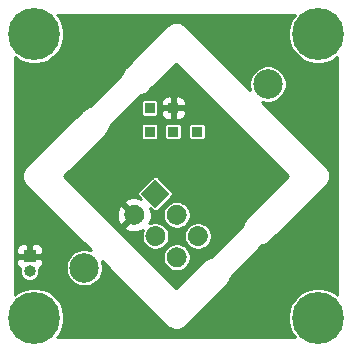
<source format=gbr>
%TF.GenerationSoftware,KiCad,Pcbnew,(5.1.6)-1*%
%TF.CreationDate,2021-01-25T18:01:45+00:00*%
%TF.ProjectId,Illum,496c6c75-6d2e-46b6-9963-61645f706362,rev?*%
%TF.SameCoordinates,Original*%
%TF.FileFunction,Copper,L2,Bot*%
%TF.FilePolarity,Positive*%
%FSLAX46Y46*%
G04 Gerber Fmt 4.6, Leading zero omitted, Abs format (unit mm)*
G04 Created by KiCad (PCBNEW (5.1.6)-1) date 2021-01-25 18:01:45*
%MOMM*%
%LPD*%
G01*
G04 APERTURE LIST*
%TA.AperFunction,ComponentPad*%
%ADD10R,0.850000X0.850000*%
%TD*%
%TA.AperFunction,ComponentPad*%
%ADD11O,1.000000X1.000000*%
%TD*%
%TA.AperFunction,ComponentPad*%
%ADD12R,1.000000X1.000000*%
%TD*%
%TA.AperFunction,ComponentPad*%
%ADD13C,0.100000*%
%TD*%
%TA.AperFunction,ComponentPad*%
%ADD14C,0.700000*%
%TD*%
%TA.AperFunction,ComponentPad*%
%ADD15C,4.400000*%
%TD*%
%TA.AperFunction,WasherPad*%
%ADD16C,2.500000*%
%TD*%
%TA.AperFunction,ViaPad*%
%ADD17C,1.000000*%
%TD*%
%TA.AperFunction,Conductor*%
%ADD18C,0.254000*%
%TD*%
G04 APERTURE END LIST*
D10*
%TO.P,TP5,1*%
%TO.N,/VCC*%
X115750000Y-102250000D03*
%TD*%
%TO.P,TP4,1*%
%TO.N,/RST*%
X113750000Y-102250000D03*
%TD*%
%TO.P,TP3,1*%
%TO.N,/SCLK*%
X111750000Y-102250000D03*
%TD*%
%TO.P,TP2,1*%
%TO.N,GND*%
X113750000Y-100250000D03*
%TD*%
%TO.P,TP1,1*%
%TO.N,/MISO*%
X111750000Y-100250000D03*
%TD*%
D11*
%TO.P,J1,2*%
%TO.N,/V_In*%
X101600000Y-114070000D03*
D12*
%TO.P,J1,1*%
%TO.N,GND*%
X101600000Y-112800000D03*
%TD*%
%TO.P,J2,6*%
%TO.N,/VCC*%
%TA.AperFunction,ComponentPad*%
G36*
G01*
X114647092Y-112287113D02*
X114647092Y-112287113D01*
G75*
G02*
X114647092Y-113489195I-601041J-601041D01*
G01*
X114647092Y-113489195D01*
G75*
G02*
X113445010Y-113489195I-601041J601041D01*
G01*
X113445010Y-113489195D01*
G75*
G02*
X113445010Y-112287113I601041J601041D01*
G01*
X113445010Y-112287113D01*
G75*
G02*
X114647092Y-112287113I601041J-601041D01*
G01*
G37*
%TD.AperFunction*%
%TO.P,J2,5*%
%TO.N,/RST*%
%TA.AperFunction,ComponentPad*%
G36*
G01*
X116443143Y-110491061D02*
X116443143Y-110491061D01*
G75*
G02*
X116443143Y-111693143I-601041J-601041D01*
G01*
X116443143Y-111693143D01*
G75*
G02*
X115241061Y-111693143I-601041J601041D01*
G01*
X115241061Y-111693143D01*
G75*
G02*
X115241061Y-110491061I601041J601041D01*
G01*
X115241061Y-110491061D01*
G75*
G02*
X116443143Y-110491061I601041J-601041D01*
G01*
G37*
%TD.AperFunction*%
%TO.P,J2,4*%
%TO.N,Net-(J2-Pad4)*%
%TA.AperFunction,ComponentPad*%
G36*
G01*
X112851041Y-110491061D02*
X112851041Y-110491061D01*
G75*
G02*
X112851041Y-111693143I-601041J-601041D01*
G01*
X112851041Y-111693143D01*
G75*
G02*
X111648959Y-111693143I-601041J601041D01*
G01*
X111648959Y-111693143D01*
G75*
G02*
X111648959Y-110491061I601041J601041D01*
G01*
X111648959Y-110491061D01*
G75*
G02*
X112851041Y-110491061I601041J-601041D01*
G01*
G37*
%TD.AperFunction*%
%TO.P,J2,3*%
%TO.N,/SCLK*%
%TA.AperFunction,ComponentPad*%
G36*
G01*
X114647092Y-108695010D02*
X114647092Y-108695010D01*
G75*
G02*
X114647092Y-109897092I-601041J-601041D01*
G01*
X114647092Y-109897092D01*
G75*
G02*
X113445010Y-109897092I-601041J601041D01*
G01*
X113445010Y-109897092D01*
G75*
G02*
X113445010Y-108695010I601041J601041D01*
G01*
X113445010Y-108695010D01*
G75*
G02*
X114647092Y-108695010I601041J-601041D01*
G01*
G37*
%TD.AperFunction*%
%TO.P,J2,2*%
%TO.N,GND*%
%TA.AperFunction,ComponentPad*%
G36*
G01*
X111054990Y-108695010D02*
X111054990Y-108695010D01*
G75*
G02*
X111054990Y-109897092I-601041J-601041D01*
G01*
X111054990Y-109897092D01*
G75*
G02*
X109852908Y-109897092I-601041J601041D01*
G01*
X109852908Y-109897092D01*
G75*
G02*
X109852908Y-108695010I601041J601041D01*
G01*
X109852908Y-108695010D01*
G75*
G02*
X111054990Y-108695010I601041J-601041D01*
G01*
G37*
%TD.AperFunction*%
%TA.AperFunction,ComponentPad*%
D13*
%TO.P,J2,1*%
%TO.N,/MISO*%
G36*
X112250000Y-106297918D02*
G01*
X113452082Y-107500000D01*
X112250000Y-108702082D01*
X111047918Y-107500000D01*
X112250000Y-106297918D01*
G37*
%TD.AperFunction*%
%TD*%
D14*
%TO.P,H4,1*%
%TO.N,N/C*%
X127166726Y-116833274D03*
X126000000Y-116350000D03*
X124833274Y-116833274D03*
X124350000Y-118000000D03*
X124833274Y-119166726D03*
X126000000Y-119650000D03*
X127166726Y-119166726D03*
X127650000Y-118000000D03*
D15*
X126000000Y-118000000D03*
%TD*%
D14*
%TO.P,H3,1*%
%TO.N,N/C*%
X103166726Y-116833274D03*
X102000000Y-116350000D03*
X100833274Y-116833274D03*
X100350000Y-118000000D03*
X100833274Y-119166726D03*
X102000000Y-119650000D03*
X103166726Y-119166726D03*
X103650000Y-118000000D03*
D15*
X102000000Y-118000000D03*
%TD*%
D14*
%TO.P,H2,1*%
%TO.N,N/C*%
X127166726Y-92833274D03*
X126000000Y-92350000D03*
X124833274Y-92833274D03*
X124350000Y-94000000D03*
X124833274Y-95166726D03*
X126000000Y-95650000D03*
X127166726Y-95166726D03*
X127650000Y-94000000D03*
D15*
X126000000Y-94000000D03*
%TD*%
D14*
%TO.P,H1,1*%
%TO.N,N/C*%
X103166726Y-92833274D03*
X102000000Y-92350000D03*
X100833274Y-92833274D03*
X100350000Y-94000000D03*
X100833274Y-95166726D03*
X102000000Y-95650000D03*
X103166726Y-95166726D03*
X103650000Y-94000000D03*
D15*
X102000000Y-94000000D03*
%TD*%
D16*
%TO.P,U1,*%
%TO.N,*%
X121778175Y-98221825D03*
X106221825Y-113778175D03*
%TD*%
D17*
%TO.N,GND*%
X122750000Y-112500000D03*
X120500000Y-114750000D03*
X108250000Y-115250000D03*
X104750000Y-111750000D03*
X105000000Y-99750000D03*
X107750000Y-97000000D03*
X119750000Y-96750000D03*
X123000000Y-100250000D03*
%TD*%
D18*
%TO.N,GND*%
G36*
X124037151Y-92389131D02*
G01*
X123760602Y-92803017D01*
X123570111Y-93262901D01*
X123473000Y-93751112D01*
X123473000Y-94248888D01*
X123570111Y-94737099D01*
X123760602Y-95196983D01*
X124037151Y-95610869D01*
X124389131Y-95962849D01*
X124803017Y-96239398D01*
X125262901Y-96429889D01*
X125751112Y-96527000D01*
X126248888Y-96527000D01*
X126737099Y-96429889D01*
X127196983Y-96239398D01*
X127610869Y-95962849D01*
X127623000Y-95950718D01*
X127623001Y-116049283D01*
X127610869Y-116037151D01*
X127196983Y-115760602D01*
X126737099Y-115570111D01*
X126248888Y-115473000D01*
X125751112Y-115473000D01*
X125262901Y-115570111D01*
X124803017Y-115760602D01*
X124389131Y-116037151D01*
X124037151Y-116389131D01*
X123760602Y-116803017D01*
X123570111Y-117262901D01*
X123473000Y-117751112D01*
X123473000Y-118248888D01*
X123570111Y-118737099D01*
X123760602Y-119196983D01*
X124037151Y-119610869D01*
X124049282Y-119623000D01*
X103950718Y-119623000D01*
X103962849Y-119610869D01*
X104239398Y-119196983D01*
X104429889Y-118737099D01*
X104527000Y-118248888D01*
X104527000Y-117751112D01*
X104429889Y-117262901D01*
X104239398Y-116803017D01*
X103962849Y-116389131D01*
X103610869Y-116037151D01*
X103196983Y-115760602D01*
X102737099Y-115570111D01*
X102248888Y-115473000D01*
X101751112Y-115473000D01*
X101262901Y-115570111D01*
X100803017Y-115760602D01*
X100389131Y-116037151D01*
X100377000Y-116049282D01*
X100377000Y-113300000D01*
X100461928Y-113300000D01*
X100474188Y-113424482D01*
X100510498Y-113544180D01*
X100569463Y-113654494D01*
X100648815Y-113751185D01*
X100745506Y-113830537D01*
X100798768Y-113859007D01*
X100773000Y-113988548D01*
X100773000Y-114151452D01*
X100804782Y-114311227D01*
X100867123Y-114461731D01*
X100957628Y-114597181D01*
X101072819Y-114712372D01*
X101208269Y-114802877D01*
X101358773Y-114865218D01*
X101518548Y-114897000D01*
X101681452Y-114897000D01*
X101841227Y-114865218D01*
X101991731Y-114802877D01*
X102127181Y-114712372D01*
X102242372Y-114597181D01*
X102332877Y-114461731D01*
X102395218Y-114311227D01*
X102427000Y-114151452D01*
X102427000Y-113988548D01*
X102401232Y-113859007D01*
X102454494Y-113830537D01*
X102551185Y-113751185D01*
X102630537Y-113654494D01*
X102689502Y-113544180D01*
X102725812Y-113424482D01*
X102738072Y-113300000D01*
X102735000Y-113085750D01*
X102576250Y-112927000D01*
X101727000Y-112927000D01*
X101727000Y-112947000D01*
X101473000Y-112947000D01*
X101473000Y-112927000D01*
X100623750Y-112927000D01*
X100465000Y-113085750D01*
X100461928Y-113300000D01*
X100377000Y-113300000D01*
X100377000Y-112300000D01*
X100461928Y-112300000D01*
X100465000Y-112514250D01*
X100623750Y-112673000D01*
X101473000Y-112673000D01*
X101473000Y-111823750D01*
X101727000Y-111823750D01*
X101727000Y-112673000D01*
X102576250Y-112673000D01*
X102735000Y-112514250D01*
X102738072Y-112300000D01*
X102725812Y-112175518D01*
X102689502Y-112055820D01*
X102630537Y-111945506D01*
X102551185Y-111848815D01*
X102454494Y-111769463D01*
X102344180Y-111710498D01*
X102224482Y-111674188D01*
X102100000Y-111661928D01*
X101885750Y-111665000D01*
X101727000Y-111823750D01*
X101473000Y-111823750D01*
X101314250Y-111665000D01*
X101100000Y-111661928D01*
X100975518Y-111674188D01*
X100855820Y-111710498D01*
X100745506Y-111769463D01*
X100648815Y-111848815D01*
X100569463Y-111945506D01*
X100510498Y-112055820D01*
X100474188Y-112175518D01*
X100461928Y-112300000D01*
X100377000Y-112300000D01*
X100377000Y-106033146D01*
X100942238Y-106033146D01*
X100942701Y-106038040D01*
X100956647Y-106175336D01*
X100962941Y-106206550D01*
X100968821Y-106237970D01*
X100970226Y-106242680D01*
X101010574Y-106374652D01*
X101022829Y-106404094D01*
X101034681Y-106433726D01*
X101036973Y-106438074D01*
X101102186Y-106559696D01*
X101119911Y-106586172D01*
X101137311Y-106612967D01*
X101140405Y-106616786D01*
X101142084Y-106618830D01*
X101150013Y-106644968D01*
X101185021Y-106710462D01*
X101220327Y-106753483D01*
X106761718Y-112294874D01*
X106681819Y-112261779D01*
X106377146Y-112201175D01*
X106066504Y-112201175D01*
X105761831Y-112261779D01*
X105474836Y-112380656D01*
X105216546Y-112553239D01*
X104996889Y-112772896D01*
X104824306Y-113031186D01*
X104705429Y-113318181D01*
X104644825Y-113622854D01*
X104644825Y-113933496D01*
X104705429Y-114238169D01*
X104824306Y-114525164D01*
X104996889Y-114783454D01*
X105216546Y-115003111D01*
X105474836Y-115175694D01*
X105761831Y-115294571D01*
X106066504Y-115355175D01*
X106377146Y-115355175D01*
X106681819Y-115294571D01*
X106968814Y-115175694D01*
X107227104Y-115003111D01*
X107446761Y-114783454D01*
X107619344Y-114525164D01*
X107738221Y-114238169D01*
X107798825Y-113933496D01*
X107798825Y-113622854D01*
X107738221Y-113318181D01*
X107705126Y-113238283D01*
X113246516Y-118779673D01*
X113289537Y-118814979D01*
X113355031Y-118849987D01*
X113382283Y-118858254D01*
X113389231Y-118863880D01*
X113415843Y-118881427D01*
X113442252Y-118899375D01*
X113446579Y-118901694D01*
X113446583Y-118901697D01*
X113446587Y-118901699D01*
X113568658Y-118966060D01*
X113598158Y-118978099D01*
X113627564Y-118990581D01*
X113632264Y-118992017D01*
X113764515Y-119031443D01*
X113795790Y-119037522D01*
X113827062Y-119044055D01*
X113831952Y-119044552D01*
X113969342Y-119057539D01*
X114001238Y-119057428D01*
X114033146Y-119057762D01*
X114038040Y-119057299D01*
X114175336Y-119043353D01*
X114206550Y-119037059D01*
X114237970Y-119031179D01*
X114242680Y-119029774D01*
X114374652Y-118989426D01*
X114404094Y-118977171D01*
X114433726Y-118965319D01*
X114438074Y-118963027D01*
X114559696Y-118897814D01*
X114586172Y-118880089D01*
X114612967Y-118862689D01*
X114616786Y-118859595D01*
X114618828Y-118857918D01*
X114644969Y-118849988D01*
X114710463Y-118814980D01*
X114753484Y-118779674D01*
X118279673Y-115253485D01*
X118314980Y-115210464D01*
X118349987Y-115144970D01*
X118358158Y-115118034D01*
X118414639Y-115047281D01*
X118432017Y-115020521D01*
X118449761Y-114994016D01*
X118452053Y-114989668D01*
X118547317Y-114805887D01*
X118559158Y-114776282D01*
X118571427Y-114746810D01*
X118572831Y-114742099D01*
X118628244Y-114551362D01*
X121300467Y-111879139D01*
X121307851Y-111877757D01*
X121312562Y-111876352D01*
X121510521Y-111815830D01*
X121539927Y-111803590D01*
X121569596Y-111791723D01*
X121573944Y-111789430D01*
X121756378Y-111691610D01*
X121782878Y-111673869D01*
X121809646Y-111656486D01*
X121813465Y-111653393D01*
X121971659Y-111523450D01*
X121986674Y-111511128D01*
X126761127Y-106736674D01*
X126770817Y-106724868D01*
X126773912Y-106721815D01*
X126777032Y-106718017D01*
X126863880Y-106610769D01*
X126881427Y-106584157D01*
X126899375Y-106557748D01*
X126901694Y-106553421D01*
X126901697Y-106553417D01*
X126901699Y-106553413D01*
X126966060Y-106431342D01*
X126978119Y-106401793D01*
X126990581Y-106372436D01*
X126992017Y-106367736D01*
X127031443Y-106235485D01*
X127037522Y-106204210D01*
X127044055Y-106172938D01*
X127044552Y-106168048D01*
X127057539Y-106030658D01*
X127057428Y-105998761D01*
X127057762Y-105966853D01*
X127057299Y-105961960D01*
X127043353Y-105824663D01*
X127037058Y-105793442D01*
X127031179Y-105762030D01*
X127029774Y-105757320D01*
X126989426Y-105625348D01*
X126977175Y-105595917D01*
X126965319Y-105566274D01*
X126963026Y-105561926D01*
X126963026Y-105561925D01*
X126963023Y-105561921D01*
X126897814Y-105440303D01*
X126880083Y-105413818D01*
X126862689Y-105387033D01*
X126859595Y-105383214D01*
X126857916Y-105381170D01*
X126849987Y-105355031D01*
X126814979Y-105289537D01*
X126779673Y-105246516D01*
X121238284Y-99705127D01*
X121318181Y-99738221D01*
X121622854Y-99798825D01*
X121933496Y-99798825D01*
X122238169Y-99738221D01*
X122525164Y-99619344D01*
X122783454Y-99446761D01*
X123003111Y-99227104D01*
X123175694Y-98968814D01*
X123294571Y-98681819D01*
X123355175Y-98377146D01*
X123355175Y-98066504D01*
X123294571Y-97761831D01*
X123175694Y-97474836D01*
X123003111Y-97216546D01*
X122783454Y-96996889D01*
X122525164Y-96824306D01*
X122238169Y-96705429D01*
X121933496Y-96644825D01*
X121622854Y-96644825D01*
X121318181Y-96705429D01*
X121031186Y-96824306D01*
X120772896Y-96996889D01*
X120553239Y-97216546D01*
X120380656Y-97474836D01*
X120261779Y-97761831D01*
X120201175Y-98066504D01*
X120201175Y-98377146D01*
X120261779Y-98681819D01*
X120294873Y-98761716D01*
X114753484Y-93220326D01*
X114710463Y-93185020D01*
X114644969Y-93150012D01*
X114617715Y-93141745D01*
X114610769Y-93136120D01*
X114584157Y-93118573D01*
X114557748Y-93100625D01*
X114553421Y-93098306D01*
X114553417Y-93098303D01*
X114553413Y-93098301D01*
X114431341Y-93033940D01*
X114401881Y-93021918D01*
X114372437Y-93009419D01*
X114367736Y-93007983D01*
X114235485Y-92968557D01*
X114204239Y-92962483D01*
X114172937Y-92955944D01*
X114168047Y-92955448D01*
X114030658Y-92942461D01*
X113998761Y-92942572D01*
X113966853Y-92942238D01*
X113961960Y-92942701D01*
X113824663Y-92956647D01*
X113793442Y-92962942D01*
X113762030Y-92968821D01*
X113757320Y-92970226D01*
X113625348Y-93010574D01*
X113595917Y-93022825D01*
X113566274Y-93034681D01*
X113561930Y-93036972D01*
X113561925Y-93036974D01*
X113561921Y-93036977D01*
X113440303Y-93102186D01*
X113413818Y-93119917D01*
X113387033Y-93137311D01*
X113383214Y-93140405D01*
X113277182Y-93227501D01*
X113263326Y-93238873D01*
X109738873Y-96763327D01*
X109727338Y-96777382D01*
X109717599Y-96787121D01*
X109714506Y-96790941D01*
X109585361Y-96952719D01*
X109567983Y-96979479D01*
X109550239Y-97005984D01*
X109547947Y-97010332D01*
X109452683Y-97194113D01*
X109440836Y-97223731D01*
X109428573Y-97253191D01*
X109427169Y-97257901D01*
X109371755Y-97448639D01*
X106699533Y-100120861D01*
X106692149Y-100122243D01*
X106687438Y-100123648D01*
X106489479Y-100184170D01*
X106460073Y-100196410D01*
X106430404Y-100208277D01*
X106426057Y-100210570D01*
X106243622Y-100308390D01*
X106217114Y-100326136D01*
X106190354Y-100343514D01*
X106186535Y-100346607D01*
X106131169Y-100392085D01*
X106105031Y-100400014D01*
X106039537Y-100435021D01*
X105996516Y-100470328D01*
X101220327Y-105246517D01*
X101185021Y-105289538D01*
X101150013Y-105355032D01*
X101141747Y-105382283D01*
X101136120Y-105389231D01*
X101118573Y-105415843D01*
X101100625Y-105442252D01*
X101098306Y-105446579D01*
X101098303Y-105446583D01*
X101098303Y-105446584D01*
X101033940Y-105568659D01*
X101021918Y-105598119D01*
X101009419Y-105627563D01*
X101007983Y-105632264D01*
X100968557Y-105764515D01*
X100962483Y-105795761D01*
X100955944Y-105827063D01*
X100955448Y-105831953D01*
X100942461Y-105969342D01*
X100942572Y-106001238D01*
X100942238Y-106033146D01*
X100377000Y-106033146D01*
X100377000Y-95950718D01*
X100389131Y-95962849D01*
X100803017Y-96239398D01*
X101262901Y-96429889D01*
X101751112Y-96527000D01*
X102248888Y-96527000D01*
X102737099Y-96429889D01*
X103196983Y-96239398D01*
X103610869Y-95962849D01*
X103962849Y-95610869D01*
X104239398Y-95196983D01*
X104429889Y-94737099D01*
X104527000Y-94248888D01*
X104527000Y-93751112D01*
X104429889Y-93262901D01*
X104239398Y-92803017D01*
X103962849Y-92389131D01*
X103950718Y-92377000D01*
X124049282Y-92377000D01*
X124037151Y-92389131D01*
G37*
X124037151Y-92389131D02*
X123760602Y-92803017D01*
X123570111Y-93262901D01*
X123473000Y-93751112D01*
X123473000Y-94248888D01*
X123570111Y-94737099D01*
X123760602Y-95196983D01*
X124037151Y-95610869D01*
X124389131Y-95962849D01*
X124803017Y-96239398D01*
X125262901Y-96429889D01*
X125751112Y-96527000D01*
X126248888Y-96527000D01*
X126737099Y-96429889D01*
X127196983Y-96239398D01*
X127610869Y-95962849D01*
X127623000Y-95950718D01*
X127623001Y-116049283D01*
X127610869Y-116037151D01*
X127196983Y-115760602D01*
X126737099Y-115570111D01*
X126248888Y-115473000D01*
X125751112Y-115473000D01*
X125262901Y-115570111D01*
X124803017Y-115760602D01*
X124389131Y-116037151D01*
X124037151Y-116389131D01*
X123760602Y-116803017D01*
X123570111Y-117262901D01*
X123473000Y-117751112D01*
X123473000Y-118248888D01*
X123570111Y-118737099D01*
X123760602Y-119196983D01*
X124037151Y-119610869D01*
X124049282Y-119623000D01*
X103950718Y-119623000D01*
X103962849Y-119610869D01*
X104239398Y-119196983D01*
X104429889Y-118737099D01*
X104527000Y-118248888D01*
X104527000Y-117751112D01*
X104429889Y-117262901D01*
X104239398Y-116803017D01*
X103962849Y-116389131D01*
X103610869Y-116037151D01*
X103196983Y-115760602D01*
X102737099Y-115570111D01*
X102248888Y-115473000D01*
X101751112Y-115473000D01*
X101262901Y-115570111D01*
X100803017Y-115760602D01*
X100389131Y-116037151D01*
X100377000Y-116049282D01*
X100377000Y-113300000D01*
X100461928Y-113300000D01*
X100474188Y-113424482D01*
X100510498Y-113544180D01*
X100569463Y-113654494D01*
X100648815Y-113751185D01*
X100745506Y-113830537D01*
X100798768Y-113859007D01*
X100773000Y-113988548D01*
X100773000Y-114151452D01*
X100804782Y-114311227D01*
X100867123Y-114461731D01*
X100957628Y-114597181D01*
X101072819Y-114712372D01*
X101208269Y-114802877D01*
X101358773Y-114865218D01*
X101518548Y-114897000D01*
X101681452Y-114897000D01*
X101841227Y-114865218D01*
X101991731Y-114802877D01*
X102127181Y-114712372D01*
X102242372Y-114597181D01*
X102332877Y-114461731D01*
X102395218Y-114311227D01*
X102427000Y-114151452D01*
X102427000Y-113988548D01*
X102401232Y-113859007D01*
X102454494Y-113830537D01*
X102551185Y-113751185D01*
X102630537Y-113654494D01*
X102689502Y-113544180D01*
X102725812Y-113424482D01*
X102738072Y-113300000D01*
X102735000Y-113085750D01*
X102576250Y-112927000D01*
X101727000Y-112927000D01*
X101727000Y-112947000D01*
X101473000Y-112947000D01*
X101473000Y-112927000D01*
X100623750Y-112927000D01*
X100465000Y-113085750D01*
X100461928Y-113300000D01*
X100377000Y-113300000D01*
X100377000Y-112300000D01*
X100461928Y-112300000D01*
X100465000Y-112514250D01*
X100623750Y-112673000D01*
X101473000Y-112673000D01*
X101473000Y-111823750D01*
X101727000Y-111823750D01*
X101727000Y-112673000D01*
X102576250Y-112673000D01*
X102735000Y-112514250D01*
X102738072Y-112300000D01*
X102725812Y-112175518D01*
X102689502Y-112055820D01*
X102630537Y-111945506D01*
X102551185Y-111848815D01*
X102454494Y-111769463D01*
X102344180Y-111710498D01*
X102224482Y-111674188D01*
X102100000Y-111661928D01*
X101885750Y-111665000D01*
X101727000Y-111823750D01*
X101473000Y-111823750D01*
X101314250Y-111665000D01*
X101100000Y-111661928D01*
X100975518Y-111674188D01*
X100855820Y-111710498D01*
X100745506Y-111769463D01*
X100648815Y-111848815D01*
X100569463Y-111945506D01*
X100510498Y-112055820D01*
X100474188Y-112175518D01*
X100461928Y-112300000D01*
X100377000Y-112300000D01*
X100377000Y-106033146D01*
X100942238Y-106033146D01*
X100942701Y-106038040D01*
X100956647Y-106175336D01*
X100962941Y-106206550D01*
X100968821Y-106237970D01*
X100970226Y-106242680D01*
X101010574Y-106374652D01*
X101022829Y-106404094D01*
X101034681Y-106433726D01*
X101036973Y-106438074D01*
X101102186Y-106559696D01*
X101119911Y-106586172D01*
X101137311Y-106612967D01*
X101140405Y-106616786D01*
X101142084Y-106618830D01*
X101150013Y-106644968D01*
X101185021Y-106710462D01*
X101220327Y-106753483D01*
X106761718Y-112294874D01*
X106681819Y-112261779D01*
X106377146Y-112201175D01*
X106066504Y-112201175D01*
X105761831Y-112261779D01*
X105474836Y-112380656D01*
X105216546Y-112553239D01*
X104996889Y-112772896D01*
X104824306Y-113031186D01*
X104705429Y-113318181D01*
X104644825Y-113622854D01*
X104644825Y-113933496D01*
X104705429Y-114238169D01*
X104824306Y-114525164D01*
X104996889Y-114783454D01*
X105216546Y-115003111D01*
X105474836Y-115175694D01*
X105761831Y-115294571D01*
X106066504Y-115355175D01*
X106377146Y-115355175D01*
X106681819Y-115294571D01*
X106968814Y-115175694D01*
X107227104Y-115003111D01*
X107446761Y-114783454D01*
X107619344Y-114525164D01*
X107738221Y-114238169D01*
X107798825Y-113933496D01*
X107798825Y-113622854D01*
X107738221Y-113318181D01*
X107705126Y-113238283D01*
X113246516Y-118779673D01*
X113289537Y-118814979D01*
X113355031Y-118849987D01*
X113382283Y-118858254D01*
X113389231Y-118863880D01*
X113415843Y-118881427D01*
X113442252Y-118899375D01*
X113446579Y-118901694D01*
X113446583Y-118901697D01*
X113446587Y-118901699D01*
X113568658Y-118966060D01*
X113598158Y-118978099D01*
X113627564Y-118990581D01*
X113632264Y-118992017D01*
X113764515Y-119031443D01*
X113795790Y-119037522D01*
X113827062Y-119044055D01*
X113831952Y-119044552D01*
X113969342Y-119057539D01*
X114001238Y-119057428D01*
X114033146Y-119057762D01*
X114038040Y-119057299D01*
X114175336Y-119043353D01*
X114206550Y-119037059D01*
X114237970Y-119031179D01*
X114242680Y-119029774D01*
X114374652Y-118989426D01*
X114404094Y-118977171D01*
X114433726Y-118965319D01*
X114438074Y-118963027D01*
X114559696Y-118897814D01*
X114586172Y-118880089D01*
X114612967Y-118862689D01*
X114616786Y-118859595D01*
X114618828Y-118857918D01*
X114644969Y-118849988D01*
X114710463Y-118814980D01*
X114753484Y-118779674D01*
X118279673Y-115253485D01*
X118314980Y-115210464D01*
X118349987Y-115144970D01*
X118358158Y-115118034D01*
X118414639Y-115047281D01*
X118432017Y-115020521D01*
X118449761Y-114994016D01*
X118452053Y-114989668D01*
X118547317Y-114805887D01*
X118559158Y-114776282D01*
X118571427Y-114746810D01*
X118572831Y-114742099D01*
X118628244Y-114551362D01*
X121300467Y-111879139D01*
X121307851Y-111877757D01*
X121312562Y-111876352D01*
X121510521Y-111815830D01*
X121539927Y-111803590D01*
X121569596Y-111791723D01*
X121573944Y-111789430D01*
X121756378Y-111691610D01*
X121782878Y-111673869D01*
X121809646Y-111656486D01*
X121813465Y-111653393D01*
X121971659Y-111523450D01*
X121986674Y-111511128D01*
X126761127Y-106736674D01*
X126770817Y-106724868D01*
X126773912Y-106721815D01*
X126777032Y-106718017D01*
X126863880Y-106610769D01*
X126881427Y-106584157D01*
X126899375Y-106557748D01*
X126901694Y-106553421D01*
X126901697Y-106553417D01*
X126901699Y-106553413D01*
X126966060Y-106431342D01*
X126978119Y-106401793D01*
X126990581Y-106372436D01*
X126992017Y-106367736D01*
X127031443Y-106235485D01*
X127037522Y-106204210D01*
X127044055Y-106172938D01*
X127044552Y-106168048D01*
X127057539Y-106030658D01*
X127057428Y-105998761D01*
X127057762Y-105966853D01*
X127057299Y-105961960D01*
X127043353Y-105824663D01*
X127037058Y-105793442D01*
X127031179Y-105762030D01*
X127029774Y-105757320D01*
X126989426Y-105625348D01*
X126977175Y-105595917D01*
X126965319Y-105566274D01*
X126963026Y-105561926D01*
X126963026Y-105561925D01*
X126963023Y-105561921D01*
X126897814Y-105440303D01*
X126880083Y-105413818D01*
X126862689Y-105387033D01*
X126859595Y-105383214D01*
X126857916Y-105381170D01*
X126849987Y-105355031D01*
X126814979Y-105289537D01*
X126779673Y-105246516D01*
X121238284Y-99705127D01*
X121318181Y-99738221D01*
X121622854Y-99798825D01*
X121933496Y-99798825D01*
X122238169Y-99738221D01*
X122525164Y-99619344D01*
X122783454Y-99446761D01*
X123003111Y-99227104D01*
X123175694Y-98968814D01*
X123294571Y-98681819D01*
X123355175Y-98377146D01*
X123355175Y-98066504D01*
X123294571Y-97761831D01*
X123175694Y-97474836D01*
X123003111Y-97216546D01*
X122783454Y-96996889D01*
X122525164Y-96824306D01*
X122238169Y-96705429D01*
X121933496Y-96644825D01*
X121622854Y-96644825D01*
X121318181Y-96705429D01*
X121031186Y-96824306D01*
X120772896Y-96996889D01*
X120553239Y-97216546D01*
X120380656Y-97474836D01*
X120261779Y-97761831D01*
X120201175Y-98066504D01*
X120201175Y-98377146D01*
X120261779Y-98681819D01*
X120294873Y-98761716D01*
X114753484Y-93220326D01*
X114710463Y-93185020D01*
X114644969Y-93150012D01*
X114617715Y-93141745D01*
X114610769Y-93136120D01*
X114584157Y-93118573D01*
X114557748Y-93100625D01*
X114553421Y-93098306D01*
X114553417Y-93098303D01*
X114553413Y-93098301D01*
X114431341Y-93033940D01*
X114401881Y-93021918D01*
X114372437Y-93009419D01*
X114367736Y-93007983D01*
X114235485Y-92968557D01*
X114204239Y-92962483D01*
X114172937Y-92955944D01*
X114168047Y-92955448D01*
X114030658Y-92942461D01*
X113998761Y-92942572D01*
X113966853Y-92942238D01*
X113961960Y-92942701D01*
X113824663Y-92956647D01*
X113793442Y-92962942D01*
X113762030Y-92968821D01*
X113757320Y-92970226D01*
X113625348Y-93010574D01*
X113595917Y-93022825D01*
X113566274Y-93034681D01*
X113561930Y-93036972D01*
X113561925Y-93036974D01*
X113561921Y-93036977D01*
X113440303Y-93102186D01*
X113413818Y-93119917D01*
X113387033Y-93137311D01*
X113383214Y-93140405D01*
X113277182Y-93227501D01*
X113263326Y-93238873D01*
X109738873Y-96763327D01*
X109727338Y-96777382D01*
X109717599Y-96787121D01*
X109714506Y-96790941D01*
X109585361Y-96952719D01*
X109567983Y-96979479D01*
X109550239Y-97005984D01*
X109547947Y-97010332D01*
X109452683Y-97194113D01*
X109440836Y-97223731D01*
X109428573Y-97253191D01*
X109427169Y-97257901D01*
X109371755Y-97448639D01*
X106699533Y-100120861D01*
X106692149Y-100122243D01*
X106687438Y-100123648D01*
X106489479Y-100184170D01*
X106460073Y-100196410D01*
X106430404Y-100208277D01*
X106426057Y-100210570D01*
X106243622Y-100308390D01*
X106217114Y-100326136D01*
X106190354Y-100343514D01*
X106186535Y-100346607D01*
X106131169Y-100392085D01*
X106105031Y-100400014D01*
X106039537Y-100435021D01*
X105996516Y-100470328D01*
X101220327Y-105246517D01*
X101185021Y-105289538D01*
X101150013Y-105355032D01*
X101141747Y-105382283D01*
X101136120Y-105389231D01*
X101118573Y-105415843D01*
X101100625Y-105442252D01*
X101098306Y-105446579D01*
X101098303Y-105446583D01*
X101098303Y-105446584D01*
X101033940Y-105568659D01*
X101021918Y-105598119D01*
X101009419Y-105627563D01*
X101007983Y-105632264D01*
X100968557Y-105764515D01*
X100962483Y-105795761D01*
X100955944Y-105827063D01*
X100955448Y-105831953D01*
X100942461Y-105969342D01*
X100942572Y-106001238D01*
X100942238Y-106033146D01*
X100377000Y-106033146D01*
X100377000Y-95950718D01*
X100389131Y-95962849D01*
X100803017Y-96239398D01*
X101262901Y-96429889D01*
X101751112Y-96527000D01*
X102248888Y-96527000D01*
X102737099Y-96429889D01*
X103196983Y-96239398D01*
X103610869Y-95962849D01*
X103962849Y-95610869D01*
X104239398Y-95196983D01*
X104429889Y-94737099D01*
X104527000Y-94248888D01*
X104527000Y-93751112D01*
X104429889Y-93262901D01*
X104239398Y-92803017D01*
X103962849Y-92389131D01*
X103950718Y-92377000D01*
X124049282Y-92377000D01*
X124037151Y-92389131D01*
G36*
X123466841Y-106000000D02*
G01*
X119970327Y-109496517D01*
X119935021Y-109539538D01*
X119900013Y-109605032D01*
X119891843Y-109631965D01*
X119835361Y-109702719D01*
X119817983Y-109729479D01*
X119800239Y-109755984D01*
X119797947Y-109760332D01*
X119702683Y-109944113D01*
X119690836Y-109973731D01*
X119678573Y-110003191D01*
X119677169Y-110007901D01*
X119621755Y-110198639D01*
X116949533Y-112870861D01*
X116942149Y-112872243D01*
X116937438Y-112873648D01*
X116739479Y-112934170D01*
X116710073Y-112946410D01*
X116680404Y-112958277D01*
X116676057Y-112960570D01*
X116493622Y-113058390D01*
X116467114Y-113076136D01*
X116440354Y-113093514D01*
X116436535Y-113096607D01*
X116277442Y-113227288D01*
X116263326Y-113238872D01*
X114017678Y-115484520D01*
X111305388Y-112772230D01*
X112869051Y-112772230D01*
X112869051Y-113004078D01*
X112914282Y-113231472D01*
X113003007Y-113445673D01*
X113131815Y-113638448D01*
X113295757Y-113802390D01*
X113488532Y-113931198D01*
X113702733Y-114019923D01*
X113930127Y-114065154D01*
X114161975Y-114065154D01*
X114389369Y-114019923D01*
X114603570Y-113931198D01*
X114796345Y-113802390D01*
X114960287Y-113638448D01*
X115089095Y-113445673D01*
X115177820Y-113231472D01*
X115223051Y-113004078D01*
X115223051Y-112772230D01*
X115177820Y-112544836D01*
X115089095Y-112330635D01*
X114960287Y-112137860D01*
X114796345Y-111973918D01*
X114603570Y-111845110D01*
X114389369Y-111756385D01*
X114161975Y-111711154D01*
X113930127Y-111711154D01*
X113702733Y-111756385D01*
X113488532Y-111845110D01*
X113295757Y-111973918D01*
X113131815Y-112137860D01*
X113003007Y-112330635D01*
X112914282Y-112544836D01*
X112869051Y-112772230D01*
X111305388Y-112772230D01*
X107898024Y-109364866D01*
X108970540Y-109364866D01*
X109012469Y-109652943D01*
X109109793Y-109927304D01*
X109182312Y-110062969D01*
X109430656Y-110139739D01*
X110274344Y-109296051D01*
X109430190Y-108451897D01*
X109182308Y-108529130D01*
X109057124Y-108791951D01*
X108985618Y-109074145D01*
X108970540Y-109364866D01*
X107898024Y-109364866D01*
X106805450Y-108272292D01*
X109609795Y-108272292D01*
X110453949Y-109116446D01*
X110468092Y-109102304D01*
X110647697Y-109281909D01*
X110633554Y-109296051D01*
X110647697Y-109310194D01*
X110468092Y-109489799D01*
X110453949Y-109475656D01*
X109610261Y-110319344D01*
X109687031Y-110567688D01*
X109822696Y-110640207D01*
X110097057Y-110737531D01*
X110385134Y-110779460D01*
X110675855Y-110764382D01*
X110958049Y-110692876D01*
X111186451Y-110584086D01*
X111118231Y-110748784D01*
X111073000Y-110976178D01*
X111073000Y-111208026D01*
X111118231Y-111435420D01*
X111206956Y-111649621D01*
X111335764Y-111842396D01*
X111499706Y-112006338D01*
X111692481Y-112135146D01*
X111906682Y-112223871D01*
X112134076Y-112269102D01*
X112365924Y-112269102D01*
X112593318Y-112223871D01*
X112807519Y-112135146D01*
X113000294Y-112006338D01*
X113164236Y-111842396D01*
X113293044Y-111649621D01*
X113381769Y-111435420D01*
X113427000Y-111208026D01*
X113427000Y-110976178D01*
X114665102Y-110976178D01*
X114665102Y-111208026D01*
X114710333Y-111435420D01*
X114799058Y-111649621D01*
X114927866Y-111842396D01*
X115091808Y-112006338D01*
X115284583Y-112135146D01*
X115498784Y-112223871D01*
X115726178Y-112269102D01*
X115958026Y-112269102D01*
X116185420Y-112223871D01*
X116399621Y-112135146D01*
X116592396Y-112006338D01*
X116756338Y-111842396D01*
X116885146Y-111649621D01*
X116973871Y-111435420D01*
X117019102Y-111208026D01*
X117019102Y-110976178D01*
X116973871Y-110748784D01*
X116885146Y-110534583D01*
X116756338Y-110341808D01*
X116592396Y-110177866D01*
X116399621Y-110049058D01*
X116185420Y-109960333D01*
X115958026Y-109915102D01*
X115726178Y-109915102D01*
X115498784Y-109960333D01*
X115284583Y-110049058D01*
X115091808Y-110177866D01*
X114927866Y-110341808D01*
X114799058Y-110534583D01*
X114710333Y-110748784D01*
X114665102Y-110976178D01*
X113427000Y-110976178D01*
X113381769Y-110748784D01*
X113293044Y-110534583D01*
X113164236Y-110341808D01*
X113000294Y-110177866D01*
X112807519Y-110049058D01*
X112593318Y-109960333D01*
X112365924Y-109915102D01*
X112134076Y-109915102D01*
X111906682Y-109960333D01*
X111741984Y-110028553D01*
X111850774Y-109800151D01*
X111922280Y-109517957D01*
X111937358Y-109227236D01*
X111930502Y-109180127D01*
X112869051Y-109180127D01*
X112869051Y-109411975D01*
X112914282Y-109639369D01*
X113003007Y-109853570D01*
X113131815Y-110046345D01*
X113295757Y-110210287D01*
X113488532Y-110339095D01*
X113702733Y-110427820D01*
X113930127Y-110473051D01*
X114161975Y-110473051D01*
X114389369Y-110427820D01*
X114603570Y-110339095D01*
X114796345Y-110210287D01*
X114960287Y-110046345D01*
X115089095Y-109853570D01*
X115177820Y-109639369D01*
X115223051Y-109411975D01*
X115223051Y-109180127D01*
X115177820Y-108952733D01*
X115089095Y-108738532D01*
X114960287Y-108545757D01*
X114796345Y-108381815D01*
X114603570Y-108253007D01*
X114389369Y-108164282D01*
X114161975Y-108119051D01*
X113930127Y-108119051D01*
X113702733Y-108164282D01*
X113488532Y-108253007D01*
X113295757Y-108381815D01*
X113131815Y-108545757D01*
X113003007Y-108738532D01*
X112914282Y-108952733D01*
X112869051Y-109180127D01*
X111930502Y-109180127D01*
X111895429Y-108939159D01*
X111825633Y-108742401D01*
X112017657Y-108934425D01*
X112067450Y-108975288D01*
X112124257Y-109005652D01*
X112185897Y-109024350D01*
X112250000Y-109030664D01*
X112314103Y-109024350D01*
X112375743Y-109005652D01*
X112432550Y-108975288D01*
X112482343Y-108934425D01*
X113684425Y-107732343D01*
X113725288Y-107682550D01*
X113755652Y-107625743D01*
X113774350Y-107564103D01*
X113780664Y-107500000D01*
X113774350Y-107435897D01*
X113755652Y-107374257D01*
X113725288Y-107317450D01*
X113684425Y-107267657D01*
X112482343Y-106065575D01*
X112432550Y-106024712D01*
X112375743Y-105994348D01*
X112314103Y-105975650D01*
X112250000Y-105969336D01*
X112185897Y-105975650D01*
X112124257Y-105994348D01*
X112067450Y-106024712D01*
X112017657Y-106065575D01*
X110815575Y-107267657D01*
X110774712Y-107317450D01*
X110744348Y-107374257D01*
X110725650Y-107435897D01*
X110719336Y-107500000D01*
X110725650Y-107564103D01*
X110744348Y-107625743D01*
X110774712Y-107682550D01*
X110815575Y-107732343D01*
X111007599Y-107924367D01*
X110810841Y-107854571D01*
X110522764Y-107812642D01*
X110232043Y-107827720D01*
X109949849Y-107899226D01*
X109687028Y-108024410D01*
X109609795Y-108272292D01*
X106805450Y-108272292D01*
X104533158Y-106000000D01*
X108029673Y-102503484D01*
X108064979Y-102460463D01*
X108099987Y-102394969D01*
X108108157Y-102368035D01*
X108164639Y-102297281D01*
X108182017Y-102270521D01*
X108199761Y-102244016D01*
X108202053Y-102239668D01*
X108297317Y-102055887D01*
X108309158Y-102026282D01*
X108321427Y-101996810D01*
X108322831Y-101992099D01*
X108371376Y-101825000D01*
X110996418Y-101825000D01*
X110996418Y-102675000D01*
X111002732Y-102739103D01*
X111021430Y-102800743D01*
X111051794Y-102857550D01*
X111092657Y-102907343D01*
X111142450Y-102948206D01*
X111199257Y-102978570D01*
X111260897Y-102997268D01*
X111325000Y-103003582D01*
X112175000Y-103003582D01*
X112239103Y-102997268D01*
X112300743Y-102978570D01*
X112357550Y-102948206D01*
X112407343Y-102907343D01*
X112448206Y-102857550D01*
X112478570Y-102800743D01*
X112497268Y-102739103D01*
X112503582Y-102675000D01*
X112503582Y-101825000D01*
X112996418Y-101825000D01*
X112996418Y-102675000D01*
X113002732Y-102739103D01*
X113021430Y-102800743D01*
X113051794Y-102857550D01*
X113092657Y-102907343D01*
X113142450Y-102948206D01*
X113199257Y-102978570D01*
X113260897Y-102997268D01*
X113325000Y-103003582D01*
X114175000Y-103003582D01*
X114239103Y-102997268D01*
X114300743Y-102978570D01*
X114357550Y-102948206D01*
X114407343Y-102907343D01*
X114448206Y-102857550D01*
X114478570Y-102800743D01*
X114497268Y-102739103D01*
X114503582Y-102675000D01*
X114503582Y-101825000D01*
X114996418Y-101825000D01*
X114996418Y-102675000D01*
X115002732Y-102739103D01*
X115021430Y-102800743D01*
X115051794Y-102857550D01*
X115092657Y-102907343D01*
X115142450Y-102948206D01*
X115199257Y-102978570D01*
X115260897Y-102997268D01*
X115325000Y-103003582D01*
X116175000Y-103003582D01*
X116239103Y-102997268D01*
X116300743Y-102978570D01*
X116357550Y-102948206D01*
X116407343Y-102907343D01*
X116448206Y-102857550D01*
X116478570Y-102800743D01*
X116497268Y-102739103D01*
X116503582Y-102675000D01*
X116503582Y-101825000D01*
X116497268Y-101760897D01*
X116478570Y-101699257D01*
X116448206Y-101642450D01*
X116407343Y-101592657D01*
X116357550Y-101551794D01*
X116300743Y-101521430D01*
X116239103Y-101502732D01*
X116175000Y-101496418D01*
X115325000Y-101496418D01*
X115260897Y-101502732D01*
X115199257Y-101521430D01*
X115142450Y-101551794D01*
X115092657Y-101592657D01*
X115051794Y-101642450D01*
X115021430Y-101699257D01*
X115002732Y-101760897D01*
X114996418Y-101825000D01*
X114503582Y-101825000D01*
X114497268Y-101760897D01*
X114478570Y-101699257D01*
X114448206Y-101642450D01*
X114407343Y-101592657D01*
X114357550Y-101551794D01*
X114300743Y-101521430D01*
X114239103Y-101502732D01*
X114175000Y-101496418D01*
X113325000Y-101496418D01*
X113260897Y-101502732D01*
X113199257Y-101521430D01*
X113142450Y-101551794D01*
X113092657Y-101592657D01*
X113051794Y-101642450D01*
X113021430Y-101699257D01*
X113002732Y-101760897D01*
X112996418Y-101825000D01*
X112503582Y-101825000D01*
X112497268Y-101760897D01*
X112478570Y-101699257D01*
X112448206Y-101642450D01*
X112407343Y-101592657D01*
X112357550Y-101551794D01*
X112300743Y-101521430D01*
X112239103Y-101502732D01*
X112175000Y-101496418D01*
X111325000Y-101496418D01*
X111260897Y-101502732D01*
X111199257Y-101521430D01*
X111142450Y-101551794D01*
X111092657Y-101592657D01*
X111051794Y-101642450D01*
X111021430Y-101699257D01*
X111002732Y-101760897D01*
X110996418Y-101825000D01*
X108371376Y-101825000D01*
X108378244Y-101801362D01*
X110354606Y-99825000D01*
X110996418Y-99825000D01*
X110996418Y-100675000D01*
X111002732Y-100739103D01*
X111021430Y-100800743D01*
X111051794Y-100857550D01*
X111092657Y-100907343D01*
X111142450Y-100948206D01*
X111199257Y-100978570D01*
X111260897Y-100997268D01*
X111325000Y-101003582D01*
X112175000Y-101003582D01*
X112239103Y-100997268D01*
X112300743Y-100978570D01*
X112357550Y-100948206D01*
X112407343Y-100907343D01*
X112448206Y-100857550D01*
X112478570Y-100800743D01*
X112497268Y-100739103D01*
X112503582Y-100675000D01*
X112686928Y-100675000D01*
X112699188Y-100799482D01*
X112735498Y-100919180D01*
X112794463Y-101029494D01*
X112873815Y-101126185D01*
X112970506Y-101205537D01*
X113080820Y-101264502D01*
X113200518Y-101300812D01*
X113325000Y-101313072D01*
X113464250Y-101310000D01*
X113623000Y-101151250D01*
X113623000Y-100377000D01*
X113877000Y-100377000D01*
X113877000Y-101151250D01*
X114035750Y-101310000D01*
X114175000Y-101313072D01*
X114299482Y-101300812D01*
X114419180Y-101264502D01*
X114529494Y-101205537D01*
X114626185Y-101126185D01*
X114705537Y-101029494D01*
X114764502Y-100919180D01*
X114800812Y-100799482D01*
X114813072Y-100675000D01*
X114810000Y-100535750D01*
X114651250Y-100377000D01*
X113877000Y-100377000D01*
X113623000Y-100377000D01*
X112848750Y-100377000D01*
X112690000Y-100535750D01*
X112686928Y-100675000D01*
X112503582Y-100675000D01*
X112503582Y-99825000D01*
X112686928Y-99825000D01*
X112690000Y-99964250D01*
X112848750Y-100123000D01*
X113623000Y-100123000D01*
X113623000Y-99348750D01*
X113877000Y-99348750D01*
X113877000Y-100123000D01*
X114651250Y-100123000D01*
X114810000Y-99964250D01*
X114813072Y-99825000D01*
X114800812Y-99700518D01*
X114764502Y-99580820D01*
X114705537Y-99470506D01*
X114626185Y-99373815D01*
X114529494Y-99294463D01*
X114419180Y-99235498D01*
X114299482Y-99199188D01*
X114175000Y-99186928D01*
X114035750Y-99190000D01*
X113877000Y-99348750D01*
X113623000Y-99348750D01*
X113464250Y-99190000D01*
X113325000Y-99186928D01*
X113200518Y-99199188D01*
X113080820Y-99235498D01*
X112970506Y-99294463D01*
X112873815Y-99373815D01*
X112794463Y-99470506D01*
X112735498Y-99580820D01*
X112699188Y-99700518D01*
X112686928Y-99825000D01*
X112503582Y-99825000D01*
X112497268Y-99760897D01*
X112478570Y-99699257D01*
X112448206Y-99642450D01*
X112407343Y-99592657D01*
X112357550Y-99551794D01*
X112300743Y-99521430D01*
X112239103Y-99502732D01*
X112175000Y-99496418D01*
X111325000Y-99496418D01*
X111260897Y-99502732D01*
X111199257Y-99521430D01*
X111142450Y-99551794D01*
X111092657Y-99592657D01*
X111051794Y-99642450D01*
X111021430Y-99699257D01*
X111002732Y-99760897D01*
X110996418Y-99825000D01*
X110354606Y-99825000D01*
X111050467Y-99129139D01*
X111057851Y-99127757D01*
X111062562Y-99126352D01*
X111260521Y-99065830D01*
X111289927Y-99053590D01*
X111319596Y-99041723D01*
X111323944Y-99039430D01*
X111506378Y-98941610D01*
X111532878Y-98923869D01*
X111559646Y-98906486D01*
X111563465Y-98903393D01*
X111723424Y-98772001D01*
X111723429Y-98771996D01*
X111736673Y-98761127D01*
X113982322Y-96515480D01*
X123466841Y-106000000D01*
G37*
X123466841Y-106000000D02*
X119970327Y-109496517D01*
X119935021Y-109539538D01*
X119900013Y-109605032D01*
X119891843Y-109631965D01*
X119835361Y-109702719D01*
X119817983Y-109729479D01*
X119800239Y-109755984D01*
X119797947Y-109760332D01*
X119702683Y-109944113D01*
X119690836Y-109973731D01*
X119678573Y-110003191D01*
X119677169Y-110007901D01*
X119621755Y-110198639D01*
X116949533Y-112870861D01*
X116942149Y-112872243D01*
X116937438Y-112873648D01*
X116739479Y-112934170D01*
X116710073Y-112946410D01*
X116680404Y-112958277D01*
X116676057Y-112960570D01*
X116493622Y-113058390D01*
X116467114Y-113076136D01*
X116440354Y-113093514D01*
X116436535Y-113096607D01*
X116277442Y-113227288D01*
X116263326Y-113238872D01*
X114017678Y-115484520D01*
X111305388Y-112772230D01*
X112869051Y-112772230D01*
X112869051Y-113004078D01*
X112914282Y-113231472D01*
X113003007Y-113445673D01*
X113131815Y-113638448D01*
X113295757Y-113802390D01*
X113488532Y-113931198D01*
X113702733Y-114019923D01*
X113930127Y-114065154D01*
X114161975Y-114065154D01*
X114389369Y-114019923D01*
X114603570Y-113931198D01*
X114796345Y-113802390D01*
X114960287Y-113638448D01*
X115089095Y-113445673D01*
X115177820Y-113231472D01*
X115223051Y-113004078D01*
X115223051Y-112772230D01*
X115177820Y-112544836D01*
X115089095Y-112330635D01*
X114960287Y-112137860D01*
X114796345Y-111973918D01*
X114603570Y-111845110D01*
X114389369Y-111756385D01*
X114161975Y-111711154D01*
X113930127Y-111711154D01*
X113702733Y-111756385D01*
X113488532Y-111845110D01*
X113295757Y-111973918D01*
X113131815Y-112137860D01*
X113003007Y-112330635D01*
X112914282Y-112544836D01*
X112869051Y-112772230D01*
X111305388Y-112772230D01*
X107898024Y-109364866D01*
X108970540Y-109364866D01*
X109012469Y-109652943D01*
X109109793Y-109927304D01*
X109182312Y-110062969D01*
X109430656Y-110139739D01*
X110274344Y-109296051D01*
X109430190Y-108451897D01*
X109182308Y-108529130D01*
X109057124Y-108791951D01*
X108985618Y-109074145D01*
X108970540Y-109364866D01*
X107898024Y-109364866D01*
X106805450Y-108272292D01*
X109609795Y-108272292D01*
X110453949Y-109116446D01*
X110468092Y-109102304D01*
X110647697Y-109281909D01*
X110633554Y-109296051D01*
X110647697Y-109310194D01*
X110468092Y-109489799D01*
X110453949Y-109475656D01*
X109610261Y-110319344D01*
X109687031Y-110567688D01*
X109822696Y-110640207D01*
X110097057Y-110737531D01*
X110385134Y-110779460D01*
X110675855Y-110764382D01*
X110958049Y-110692876D01*
X111186451Y-110584086D01*
X111118231Y-110748784D01*
X111073000Y-110976178D01*
X111073000Y-111208026D01*
X111118231Y-111435420D01*
X111206956Y-111649621D01*
X111335764Y-111842396D01*
X111499706Y-112006338D01*
X111692481Y-112135146D01*
X111906682Y-112223871D01*
X112134076Y-112269102D01*
X112365924Y-112269102D01*
X112593318Y-112223871D01*
X112807519Y-112135146D01*
X113000294Y-112006338D01*
X113164236Y-111842396D01*
X113293044Y-111649621D01*
X113381769Y-111435420D01*
X113427000Y-111208026D01*
X113427000Y-110976178D01*
X114665102Y-110976178D01*
X114665102Y-111208026D01*
X114710333Y-111435420D01*
X114799058Y-111649621D01*
X114927866Y-111842396D01*
X115091808Y-112006338D01*
X115284583Y-112135146D01*
X115498784Y-112223871D01*
X115726178Y-112269102D01*
X115958026Y-112269102D01*
X116185420Y-112223871D01*
X116399621Y-112135146D01*
X116592396Y-112006338D01*
X116756338Y-111842396D01*
X116885146Y-111649621D01*
X116973871Y-111435420D01*
X117019102Y-111208026D01*
X117019102Y-110976178D01*
X116973871Y-110748784D01*
X116885146Y-110534583D01*
X116756338Y-110341808D01*
X116592396Y-110177866D01*
X116399621Y-110049058D01*
X116185420Y-109960333D01*
X115958026Y-109915102D01*
X115726178Y-109915102D01*
X115498784Y-109960333D01*
X115284583Y-110049058D01*
X115091808Y-110177866D01*
X114927866Y-110341808D01*
X114799058Y-110534583D01*
X114710333Y-110748784D01*
X114665102Y-110976178D01*
X113427000Y-110976178D01*
X113381769Y-110748784D01*
X113293044Y-110534583D01*
X113164236Y-110341808D01*
X113000294Y-110177866D01*
X112807519Y-110049058D01*
X112593318Y-109960333D01*
X112365924Y-109915102D01*
X112134076Y-109915102D01*
X111906682Y-109960333D01*
X111741984Y-110028553D01*
X111850774Y-109800151D01*
X111922280Y-109517957D01*
X111937358Y-109227236D01*
X111930502Y-109180127D01*
X112869051Y-109180127D01*
X112869051Y-109411975D01*
X112914282Y-109639369D01*
X113003007Y-109853570D01*
X113131815Y-110046345D01*
X113295757Y-110210287D01*
X113488532Y-110339095D01*
X113702733Y-110427820D01*
X113930127Y-110473051D01*
X114161975Y-110473051D01*
X114389369Y-110427820D01*
X114603570Y-110339095D01*
X114796345Y-110210287D01*
X114960287Y-110046345D01*
X115089095Y-109853570D01*
X115177820Y-109639369D01*
X115223051Y-109411975D01*
X115223051Y-109180127D01*
X115177820Y-108952733D01*
X115089095Y-108738532D01*
X114960287Y-108545757D01*
X114796345Y-108381815D01*
X114603570Y-108253007D01*
X114389369Y-108164282D01*
X114161975Y-108119051D01*
X113930127Y-108119051D01*
X113702733Y-108164282D01*
X113488532Y-108253007D01*
X113295757Y-108381815D01*
X113131815Y-108545757D01*
X113003007Y-108738532D01*
X112914282Y-108952733D01*
X112869051Y-109180127D01*
X111930502Y-109180127D01*
X111895429Y-108939159D01*
X111825633Y-108742401D01*
X112017657Y-108934425D01*
X112067450Y-108975288D01*
X112124257Y-109005652D01*
X112185897Y-109024350D01*
X112250000Y-109030664D01*
X112314103Y-109024350D01*
X112375743Y-109005652D01*
X112432550Y-108975288D01*
X112482343Y-108934425D01*
X113684425Y-107732343D01*
X113725288Y-107682550D01*
X113755652Y-107625743D01*
X113774350Y-107564103D01*
X113780664Y-107500000D01*
X113774350Y-107435897D01*
X113755652Y-107374257D01*
X113725288Y-107317450D01*
X113684425Y-107267657D01*
X112482343Y-106065575D01*
X112432550Y-106024712D01*
X112375743Y-105994348D01*
X112314103Y-105975650D01*
X112250000Y-105969336D01*
X112185897Y-105975650D01*
X112124257Y-105994348D01*
X112067450Y-106024712D01*
X112017657Y-106065575D01*
X110815575Y-107267657D01*
X110774712Y-107317450D01*
X110744348Y-107374257D01*
X110725650Y-107435897D01*
X110719336Y-107500000D01*
X110725650Y-107564103D01*
X110744348Y-107625743D01*
X110774712Y-107682550D01*
X110815575Y-107732343D01*
X111007599Y-107924367D01*
X110810841Y-107854571D01*
X110522764Y-107812642D01*
X110232043Y-107827720D01*
X109949849Y-107899226D01*
X109687028Y-108024410D01*
X109609795Y-108272292D01*
X106805450Y-108272292D01*
X104533158Y-106000000D01*
X108029673Y-102503484D01*
X108064979Y-102460463D01*
X108099987Y-102394969D01*
X108108157Y-102368035D01*
X108164639Y-102297281D01*
X108182017Y-102270521D01*
X108199761Y-102244016D01*
X108202053Y-102239668D01*
X108297317Y-102055887D01*
X108309158Y-102026282D01*
X108321427Y-101996810D01*
X108322831Y-101992099D01*
X108371376Y-101825000D01*
X110996418Y-101825000D01*
X110996418Y-102675000D01*
X111002732Y-102739103D01*
X111021430Y-102800743D01*
X111051794Y-102857550D01*
X111092657Y-102907343D01*
X111142450Y-102948206D01*
X111199257Y-102978570D01*
X111260897Y-102997268D01*
X111325000Y-103003582D01*
X112175000Y-103003582D01*
X112239103Y-102997268D01*
X112300743Y-102978570D01*
X112357550Y-102948206D01*
X112407343Y-102907343D01*
X112448206Y-102857550D01*
X112478570Y-102800743D01*
X112497268Y-102739103D01*
X112503582Y-102675000D01*
X112503582Y-101825000D01*
X112996418Y-101825000D01*
X112996418Y-102675000D01*
X113002732Y-102739103D01*
X113021430Y-102800743D01*
X113051794Y-102857550D01*
X113092657Y-102907343D01*
X113142450Y-102948206D01*
X113199257Y-102978570D01*
X113260897Y-102997268D01*
X113325000Y-103003582D01*
X114175000Y-103003582D01*
X114239103Y-102997268D01*
X114300743Y-102978570D01*
X114357550Y-102948206D01*
X114407343Y-102907343D01*
X114448206Y-102857550D01*
X114478570Y-102800743D01*
X114497268Y-102739103D01*
X114503582Y-102675000D01*
X114503582Y-101825000D01*
X114996418Y-101825000D01*
X114996418Y-102675000D01*
X115002732Y-102739103D01*
X115021430Y-102800743D01*
X115051794Y-102857550D01*
X115092657Y-102907343D01*
X115142450Y-102948206D01*
X115199257Y-102978570D01*
X115260897Y-102997268D01*
X115325000Y-103003582D01*
X116175000Y-103003582D01*
X116239103Y-102997268D01*
X116300743Y-102978570D01*
X116357550Y-102948206D01*
X116407343Y-102907343D01*
X116448206Y-102857550D01*
X116478570Y-102800743D01*
X116497268Y-102739103D01*
X116503582Y-102675000D01*
X116503582Y-101825000D01*
X116497268Y-101760897D01*
X116478570Y-101699257D01*
X116448206Y-101642450D01*
X116407343Y-101592657D01*
X116357550Y-101551794D01*
X116300743Y-101521430D01*
X116239103Y-101502732D01*
X116175000Y-101496418D01*
X115325000Y-101496418D01*
X115260897Y-101502732D01*
X115199257Y-101521430D01*
X115142450Y-101551794D01*
X115092657Y-101592657D01*
X115051794Y-101642450D01*
X115021430Y-101699257D01*
X115002732Y-101760897D01*
X114996418Y-101825000D01*
X114503582Y-101825000D01*
X114497268Y-101760897D01*
X114478570Y-101699257D01*
X114448206Y-101642450D01*
X114407343Y-101592657D01*
X114357550Y-101551794D01*
X114300743Y-101521430D01*
X114239103Y-101502732D01*
X114175000Y-101496418D01*
X113325000Y-101496418D01*
X113260897Y-101502732D01*
X113199257Y-101521430D01*
X113142450Y-101551794D01*
X113092657Y-101592657D01*
X113051794Y-101642450D01*
X113021430Y-101699257D01*
X113002732Y-101760897D01*
X112996418Y-101825000D01*
X112503582Y-101825000D01*
X112497268Y-101760897D01*
X112478570Y-101699257D01*
X112448206Y-101642450D01*
X112407343Y-101592657D01*
X112357550Y-101551794D01*
X112300743Y-101521430D01*
X112239103Y-101502732D01*
X112175000Y-101496418D01*
X111325000Y-101496418D01*
X111260897Y-101502732D01*
X111199257Y-101521430D01*
X111142450Y-101551794D01*
X111092657Y-101592657D01*
X111051794Y-101642450D01*
X111021430Y-101699257D01*
X111002732Y-101760897D01*
X110996418Y-101825000D01*
X108371376Y-101825000D01*
X108378244Y-101801362D01*
X110354606Y-99825000D01*
X110996418Y-99825000D01*
X110996418Y-100675000D01*
X111002732Y-100739103D01*
X111021430Y-100800743D01*
X111051794Y-100857550D01*
X111092657Y-100907343D01*
X111142450Y-100948206D01*
X111199257Y-100978570D01*
X111260897Y-100997268D01*
X111325000Y-101003582D01*
X112175000Y-101003582D01*
X112239103Y-100997268D01*
X112300743Y-100978570D01*
X112357550Y-100948206D01*
X112407343Y-100907343D01*
X112448206Y-100857550D01*
X112478570Y-100800743D01*
X112497268Y-100739103D01*
X112503582Y-100675000D01*
X112686928Y-100675000D01*
X112699188Y-100799482D01*
X112735498Y-100919180D01*
X112794463Y-101029494D01*
X112873815Y-101126185D01*
X112970506Y-101205537D01*
X113080820Y-101264502D01*
X113200518Y-101300812D01*
X113325000Y-101313072D01*
X113464250Y-101310000D01*
X113623000Y-101151250D01*
X113623000Y-100377000D01*
X113877000Y-100377000D01*
X113877000Y-101151250D01*
X114035750Y-101310000D01*
X114175000Y-101313072D01*
X114299482Y-101300812D01*
X114419180Y-101264502D01*
X114529494Y-101205537D01*
X114626185Y-101126185D01*
X114705537Y-101029494D01*
X114764502Y-100919180D01*
X114800812Y-100799482D01*
X114813072Y-100675000D01*
X114810000Y-100535750D01*
X114651250Y-100377000D01*
X113877000Y-100377000D01*
X113623000Y-100377000D01*
X112848750Y-100377000D01*
X112690000Y-100535750D01*
X112686928Y-100675000D01*
X112503582Y-100675000D01*
X112503582Y-99825000D01*
X112686928Y-99825000D01*
X112690000Y-99964250D01*
X112848750Y-100123000D01*
X113623000Y-100123000D01*
X113623000Y-99348750D01*
X113877000Y-99348750D01*
X113877000Y-100123000D01*
X114651250Y-100123000D01*
X114810000Y-99964250D01*
X114813072Y-99825000D01*
X114800812Y-99700518D01*
X114764502Y-99580820D01*
X114705537Y-99470506D01*
X114626185Y-99373815D01*
X114529494Y-99294463D01*
X114419180Y-99235498D01*
X114299482Y-99199188D01*
X114175000Y-99186928D01*
X114035750Y-99190000D01*
X113877000Y-99348750D01*
X113623000Y-99348750D01*
X113464250Y-99190000D01*
X113325000Y-99186928D01*
X113200518Y-99199188D01*
X113080820Y-99235498D01*
X112970506Y-99294463D01*
X112873815Y-99373815D01*
X112794463Y-99470506D01*
X112735498Y-99580820D01*
X112699188Y-99700518D01*
X112686928Y-99825000D01*
X112503582Y-99825000D01*
X112497268Y-99760897D01*
X112478570Y-99699257D01*
X112448206Y-99642450D01*
X112407343Y-99592657D01*
X112357550Y-99551794D01*
X112300743Y-99521430D01*
X112239103Y-99502732D01*
X112175000Y-99496418D01*
X111325000Y-99496418D01*
X111260897Y-99502732D01*
X111199257Y-99521430D01*
X111142450Y-99551794D01*
X111092657Y-99592657D01*
X111051794Y-99642450D01*
X111021430Y-99699257D01*
X111002732Y-99760897D01*
X110996418Y-99825000D01*
X110354606Y-99825000D01*
X111050467Y-99129139D01*
X111057851Y-99127757D01*
X111062562Y-99126352D01*
X111260521Y-99065830D01*
X111289927Y-99053590D01*
X111319596Y-99041723D01*
X111323944Y-99039430D01*
X111506378Y-98941610D01*
X111532878Y-98923869D01*
X111559646Y-98906486D01*
X111563465Y-98903393D01*
X111723424Y-98772001D01*
X111723429Y-98771996D01*
X111736673Y-98761127D01*
X113982322Y-96515480D01*
X123466841Y-106000000D01*
%TD*%
M02*

</source>
